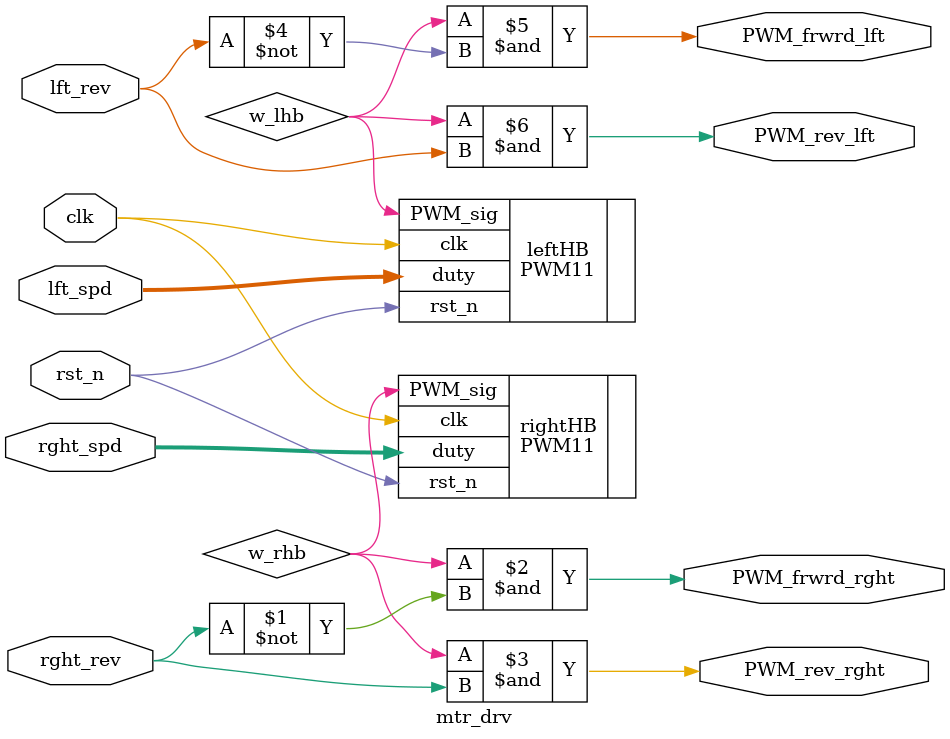
<source format=sv>
module mtr_drv(
	input clk,
	input rst_n,
	input [10:0] lft_spd,
	input lft_rev,
	output PWM_rev_lft,
	output PWM_frwrd_lft,
	input [10:0] rght_spd,
	input rght_rev,
	output PWM_rev_rght,
	output PWM_frwrd_rght);

	wire w_rhb, w_lhb;
	
	PWM11 rightHB(.clk(clk), .rst_n(rst_n), .duty(rght_spd), .PWM_sig(w_rhb));		//This module instantiation is the right side of the Hbridge
	PWM11 leftHB(.clk(clk), .rst_n(rst_n), .duty(lft_spd), .PWM_sig(w_lhb));		//This is the left side of the Hbridge

	assign PWM_frwrd_rght = w_rhb & ~rght_rev;		//Right side is driven forward when the PWM_sig from the right side of the Hbridge is high and 
	assign PWM_rev_rght =  w_rhb & rght_rev;		//we are not in reverse (determined from the input from this module). Same for when in reverse, but rght_rev is asserted.
	
	assign PWM_frwrd_lft = w_lhb & ~lft_rev;		//Left side is driven forward when the PWM_sig from the left side of the Hbridge is high and 
	assign PWM_rev_lft =  w_lhb & lft_rev;			//we are not in reverse (determined from the input from this module). Same for when in reverse, but lft_rev is asserted.


endmodule

</source>
